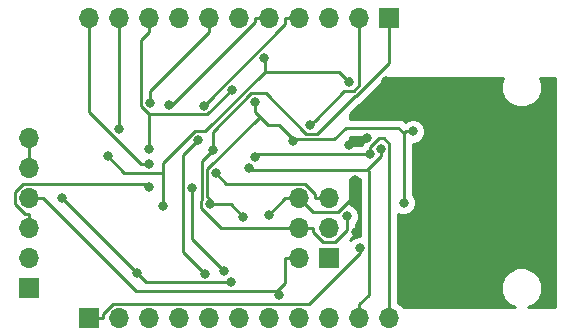
<source format=gbl>
G04 #@! TF.GenerationSoftware,KiCad,Pcbnew,5.0.2+dfsg1-1~bpo9+1*
G04 #@! TF.CreationDate,2019-04-18T11:56:18+02:00*
G04 #@! TF.ProjectId,MySNode,4d79534e-6f64-4652-9e6b-696361645f70,1.2*
G04 #@! TF.SameCoordinates,Original*
G04 #@! TF.FileFunction,Copper,L2,Bot*
G04 #@! TF.FilePolarity,Positive*
%FSLAX46Y46*%
G04 Gerber Fmt 4.6, Leading zero omitted, Abs format (unit mm)*
G04 Created by KiCad (PCBNEW 5.0.2+dfsg1-1~bpo9+1) date jeu. 18 avril 2019 11:56:18 CEST*
%MOMM*%
%LPD*%
G01*
G04 APERTURE LIST*
G04 #@! TA.AperFunction,ComponentPad*
%ADD10O,1.700000X1.700000*%
G04 #@! TD*
G04 #@! TA.AperFunction,ComponentPad*
%ADD11R,1.700000X1.700000*%
G04 #@! TD*
G04 #@! TA.AperFunction,ViaPad*
%ADD12C,0.800000*%
G04 #@! TD*
G04 #@! TA.AperFunction,Conductor*
%ADD13C,0.250000*%
G04 #@! TD*
G04 #@! TA.AperFunction,Conductor*
%ADD14C,0.254000*%
G04 #@! TD*
G04 APERTURE END LIST*
D10*
G04 #@! TO.P,J1,6*
G04 #@! TO.N,GND*
X124460000Y-101600000D03*
G04 #@! TO.P,J1,5*
G04 #@! TO.N,/RESET*
X127000000Y-101600000D03*
G04 #@! TO.P,J1,4*
G04 #@! TO.N,/MOSI*
X124460000Y-104140000D03*
G04 #@! TO.P,J1,3*
G04 #@! TO.N,/SCK*
X127000000Y-104140000D03*
G04 #@! TO.P,J1,2*
G04 #@! TO.N,+BATT*
X124460000Y-106680000D03*
D11*
G04 #@! TO.P,J1,1*
G04 #@! TO.N,/MISO*
X127000000Y-106680000D03*
G04 #@! TD*
G04 #@! TO.P,J3,1*
G04 #@! TO.N,/D2*
X106680000Y-111760000D03*
D10*
G04 #@! TO.P,J3,2*
G04 #@! TO.N,/D3*
X109220000Y-111760000D03*
G04 #@! TO.P,J3,3*
G04 #@! TO.N,/D4*
X111760000Y-111760000D03*
G04 #@! TO.P,J3,4*
G04 #@! TO.N,/XTAL1*
X114300000Y-111760000D03*
G04 #@! TO.P,J3,5*
G04 #@! TO.N,/XTAL2*
X116840000Y-111760000D03*
G04 #@! TO.P,J3,6*
G04 #@! TO.N,/D5*
X119380000Y-111760000D03*
G04 #@! TO.P,J3,7*
G04 #@! TO.N,/D6*
X121920000Y-111760000D03*
G04 #@! TO.P,J3,8*
G04 #@! TO.N,/D7*
X124460000Y-111760000D03*
G04 #@! TO.P,J3,9*
G04 #@! TO.N,/D8*
X127000000Y-111760000D03*
G04 #@! TO.P,J3,10*
G04 #@! TO.N,/CE*
X129540000Y-111760000D03*
G04 #@! TO.P,J3,11*
G04 #@! TO.N,/CSN*
X132080000Y-111760000D03*
G04 #@! TD*
G04 #@! TO.P,J4,11*
G04 #@! TO.N,/i2c_scl*
X106680000Y-86360000D03*
G04 #@! TO.P,J4,10*
G04 #@! TO.N,/i2c_sda*
X109220000Y-86360000D03*
G04 #@! TO.P,J4,9*
G04 #@! TO.N,/A3*
X111760000Y-86360000D03*
G04 #@! TO.P,J4,8*
G04 #@! TO.N,/A2*
X114300000Y-86360000D03*
G04 #@! TO.P,J4,7*
G04 #@! TO.N,/A1*
X116840000Y-86360000D03*
G04 #@! TO.P,J4,6*
G04 #@! TO.N,/A0*
X119380000Y-86360000D03*
G04 #@! TO.P,J4,5*
G04 #@! TO.N,/A7*
X121920000Y-86360000D03*
G04 #@! TO.P,J4,4*
G04 #@! TO.N,/A6*
X124460000Y-86360000D03*
G04 #@! TO.P,J4,3*
G04 #@! TO.N,/SCK*
X127000000Y-86360000D03*
G04 #@! TO.P,J4,2*
G04 #@! TO.N,/MISO*
X129540000Y-86360000D03*
D11*
G04 #@! TO.P,J4,1*
G04 #@! TO.N,/MOSI*
X132080000Y-86360000D03*
G04 #@! TD*
G04 #@! TO.P,J2,1*
G04 #@! TO.N,/serial_DTR*
X101600000Y-109220000D03*
D10*
G04 #@! TO.P,J2,2*
G04 #@! TO.N,/serial_TxD*
X101600000Y-106680000D03*
G04 #@! TO.P,J2,3*
G04 #@! TO.N,/serial_RxD*
X101600000Y-104140000D03*
G04 #@! TO.P,J2,4*
G04 #@! TO.N,+BATT*
X101600000Y-101600000D03*
G04 #@! TO.P,J2,5*
G04 #@! TO.N,GND*
X101600000Y-99060000D03*
G04 #@! TO.P,J2,6*
X101600000Y-96520000D03*
G04 #@! TD*
D12*
G04 #@! TO.N,GND*
X121869900Y-103014800D03*
X121480000Y-89725500D03*
X108260500Y-98084800D03*
X128680200Y-97151400D03*
X129273900Y-104521800D03*
X140319000Y-104837500D03*
X137335500Y-93461600D03*
X131826000Y-91687100D03*
X112946600Y-102277200D03*
X144090800Y-100982600D03*
X136828000Y-98325500D03*
X130175000Y-96520000D03*
X129159000Y-100076000D03*
X128716700Y-91821000D03*
G04 #@! TO.N,VCC*
X104373900Y-101618000D03*
X134096500Y-95967400D03*
X116883900Y-102132000D03*
X123908600Y-96751600D03*
X118699300Y-108708100D03*
X120738300Y-93457500D03*
X119729200Y-103174600D03*
X110739100Y-107983200D03*
X133316100Y-102011900D03*
G04 #@! TO.N,/RESET*
X117393800Y-99498400D03*
G04 #@! TO.N,Net-(C8-Pad1)*
X116458700Y-108017300D03*
X115917300Y-96690400D03*
G04 #@! TO.N,/MISO*
X125380800Y-95452100D03*
G04 #@! TO.N,/MOSI*
X117139600Y-97548700D03*
X128519500Y-103138100D03*
G04 #@! TO.N,/serial_RxD*
X111711100Y-100641000D03*
G04 #@! TO.N,/i2c_sda*
X109178700Y-95804400D03*
G04 #@! TO.N,/i2c_scl*
X111711700Y-98724600D03*
G04 #@! TO.N,/D5*
X115404200Y-100752500D03*
X118111500Y-107763500D03*
G04 #@! TO.N,/CE*
X120224300Y-99041000D03*
X131355000Y-97438321D03*
G04 #@! TO.N,/CSN*
X120745700Y-98114800D03*
X130456900Y-97902400D03*
G04 #@! TO.N,/D2*
X129611900Y-105825900D03*
G04 #@! TO.N,+BATT*
X122761300Y-109793800D03*
G04 #@! TO.N,/A1*
X111791400Y-93527100D03*
G04 #@! TO.N,/A3*
X111731600Y-97441000D03*
X118764000Y-92430600D03*
G04 #@! TO.N,/A6*
X116363800Y-93772700D03*
G04 #@! TO.N,/A7*
X113441400Y-93734300D03*
G04 #@! TD*
D13*
G04 #@! TO.N,GND*
X121562500Y-90930400D02*
X116527800Y-95965100D01*
X116527800Y-95965100D02*
X115616900Y-95965100D01*
X115616900Y-95965100D02*
X112946600Y-98635400D01*
X112946600Y-98635400D02*
X112946600Y-99472300D01*
X123284700Y-101600000D02*
X121869900Y-103014800D01*
X124460000Y-101600000D02*
X123284700Y-101600000D01*
X128774800Y-101798100D02*
X127779700Y-102793200D01*
X127779700Y-102793200D02*
X125653200Y-102793200D01*
X125653200Y-102793200D02*
X124460000Y-101600000D01*
X127826100Y-90930400D02*
X121562500Y-90930400D01*
X121562500Y-90930400D02*
X121562500Y-89808000D01*
X121562500Y-89808000D02*
X121480000Y-89725500D01*
X112946600Y-99472300D02*
X112946600Y-102277200D01*
X112946600Y-99472300D02*
X109648000Y-99472300D01*
X109648000Y-99472300D02*
X108260500Y-98084800D01*
X101600000Y-99060000D02*
X101600000Y-96520000D01*
X129311600Y-96520000D02*
X128680200Y-97151400D01*
X130175000Y-96520000D02*
X129311600Y-96520000D01*
X128716700Y-91821000D02*
X127826100Y-90930400D01*
X128844700Y-91949000D02*
X128716700Y-91821000D01*
G04 #@! TO.N,VCC*
X110739100Y-107983200D02*
X104373900Y-101618000D01*
X118699300Y-108708100D02*
X118663800Y-108743600D01*
X118663800Y-108743600D02*
X111499500Y-108743600D01*
X111499500Y-108743600D02*
X110739100Y-107983200D01*
X133316100Y-96143000D02*
X133491700Y-95967400D01*
X133491700Y-95967400D02*
X134096500Y-95967400D01*
X133316100Y-102011900D02*
X133316100Y-96143000D01*
X121111100Y-94733900D02*
X116666400Y-99178600D01*
X116666400Y-99178600D02*
X116666400Y-101490200D01*
X116666400Y-101490200D02*
X116883900Y-101707700D01*
X116883900Y-101707700D02*
X116883900Y-102132000D01*
X116883900Y-102132000D02*
X118686600Y-102132000D01*
X118686600Y-102132000D02*
X119729200Y-103174600D01*
X123920300Y-96627700D02*
X123920300Y-96739900D01*
X123920300Y-96739900D02*
X123908600Y-96751600D01*
X121111100Y-94733900D02*
X121822600Y-95445500D01*
X121822600Y-95445500D02*
X122738100Y-95445500D01*
X122738100Y-95445500D02*
X123920300Y-96627700D01*
X120738300Y-93457500D02*
X120738300Y-94361200D01*
X120738300Y-94361200D02*
X121111100Y-94733900D01*
X127436100Y-96627700D02*
X123920300Y-96627700D01*
X133316100Y-96143000D02*
X132841099Y-95667999D01*
X128395801Y-95667999D02*
X127436100Y-96627700D01*
X132841099Y-95667999D02*
X128395801Y-95667999D01*
G04 #@! TO.N,/RESET*
X117393800Y-99498400D02*
X118296200Y-100400800D01*
X118296200Y-100400800D02*
X124992800Y-100400800D01*
X124992800Y-100400800D02*
X125824700Y-101232700D01*
X125824700Y-101232700D02*
X125824700Y-101600000D01*
X127000000Y-101600000D02*
X125824700Y-101600000D01*
G04 #@! TO.N,Net-(C8-Pad1)*
X115917300Y-96690400D02*
X114615100Y-97992600D01*
X114615100Y-97992600D02*
X114615100Y-106173700D01*
X114615100Y-106173700D02*
X116458700Y-108017300D01*
G04 #@! TO.N,/MISO*
X128286899Y-92546001D02*
X125780799Y-95052101D01*
X129064701Y-92546001D02*
X128286899Y-92546001D01*
X125780799Y-95052101D02*
X125380800Y-95452100D01*
X129540000Y-86360000D02*
X129540000Y-92070702D01*
X129540000Y-92070702D02*
X129064701Y-92546001D01*
G04 #@! TO.N,/MOSI*
X117139600Y-97548700D02*
X116216000Y-98472300D01*
X116216000Y-98472300D02*
X116216000Y-101767100D01*
X116216000Y-101767100D02*
X116125600Y-101857500D01*
X116125600Y-101857500D02*
X116125600Y-102449900D01*
X116125600Y-102449900D02*
X117815700Y-104140000D01*
X117815700Y-104140000D02*
X124460000Y-104140000D01*
X128519500Y-103138100D02*
X128519500Y-104328200D01*
X128519500Y-104328200D02*
X127532400Y-105315300D01*
X127532400Y-105315300D02*
X126443200Y-105315300D01*
X126443200Y-105315300D02*
X125635300Y-104507400D01*
X125635300Y-104507400D02*
X125635300Y-104140000D01*
X124460000Y-104140000D02*
X125635300Y-104140000D01*
X129251101Y-92996012D02*
X129190188Y-92996012D01*
X129190188Y-92996012D02*
X126008800Y-96177400D01*
X117139600Y-95994800D02*
X117139600Y-96983015D01*
X126008800Y-96177400D02*
X125080400Y-96177400D01*
X117139600Y-96983015D02*
X117139600Y-97548700D01*
X121634900Y-92731900D02*
X120402500Y-92731900D01*
X125080400Y-96177400D02*
X121634900Y-92731900D01*
X132080000Y-86360000D02*
X132080000Y-90167113D01*
X120402500Y-92731900D02*
X117139600Y-95994800D01*
X132080000Y-90167113D02*
X129251101Y-92996012D01*
G04 #@! TO.N,/serial_RxD*
X111711100Y-100641000D02*
X111492500Y-100422400D01*
X111492500Y-100422400D02*
X101048800Y-100422400D01*
X101048800Y-100422400D02*
X100407400Y-101063800D01*
X100407400Y-101063800D02*
X100407400Y-102139400D01*
X100407400Y-102139400D02*
X101232700Y-102964700D01*
X101232700Y-102964700D02*
X101600000Y-102964700D01*
X101600000Y-104140000D02*
X101600000Y-102964700D01*
G04 #@! TO.N,/i2c_sda*
X109220000Y-87535300D02*
X109178700Y-87576600D01*
X109178700Y-87576600D02*
X109178700Y-95804400D01*
X109220000Y-86360000D02*
X109220000Y-87535300D01*
G04 #@! TO.N,/i2c_scl*
X106680000Y-86360000D02*
X106680000Y-94339700D01*
X106680000Y-94339700D02*
X111064800Y-98724500D01*
X111064800Y-98724500D02*
X111711700Y-98724500D01*
X111711700Y-98724500D02*
X111711700Y-98724600D01*
G04 #@! TO.N,/D5*
X115404200Y-100752500D02*
X115404200Y-105056200D01*
X115404200Y-105056200D02*
X118111500Y-107763500D01*
G04 #@! TO.N,/CE*
X129540000Y-110584700D02*
X130337200Y-109787500D01*
X130337200Y-109787500D02*
X130337200Y-99330600D01*
X130337200Y-99330600D02*
X130214200Y-99207600D01*
X130214200Y-99207600D02*
X120390900Y-99207600D01*
X120390900Y-99207600D02*
X120224300Y-99041000D01*
X129540000Y-111760000D02*
X129540000Y-110584700D01*
X131355000Y-98004006D02*
X131355000Y-97438321D01*
X130214200Y-99207600D02*
X131355000Y-98066800D01*
X131355000Y-98066800D02*
X131355000Y-98004006D01*
G04 #@! TO.N,/CSN*
X130456900Y-97902400D02*
X120958100Y-97902400D01*
X120958100Y-97902400D02*
X120745700Y-98114800D01*
X130456900Y-97311102D02*
X130456900Y-97336715D01*
X131634100Y-96553300D02*
X131214702Y-96553300D01*
X131214702Y-96553300D02*
X130456900Y-97311102D01*
X132080000Y-96999200D02*
X131634100Y-96553300D01*
X130456900Y-97336715D02*
X130456900Y-97902400D01*
X132080000Y-111760000D02*
X132080000Y-96999200D01*
G04 #@! TO.N,/D2*
X106680000Y-111760000D02*
X107855300Y-111760000D01*
X107855300Y-111760000D02*
X107855300Y-111392600D01*
X107855300Y-111392600D02*
X108663200Y-110584700D01*
X108663200Y-110584700D02*
X125278300Y-110584700D01*
X125278300Y-110584700D02*
X129611900Y-106251100D01*
X129611900Y-106251100D02*
X129611900Y-105825900D01*
G04 #@! TO.N,+BATT*
X122573900Y-109480600D02*
X122761300Y-109668000D01*
X122761300Y-109668000D02*
X122761300Y-109793800D01*
X122573900Y-109480600D02*
X123284700Y-108769800D01*
X123284700Y-108769800D02*
X123284700Y-106680000D01*
X102775300Y-101600000D02*
X110655900Y-109480600D01*
X110655900Y-109480600D02*
X122573900Y-109480600D01*
X124460000Y-106680000D02*
X123284700Y-106680000D01*
X101600000Y-101600000D02*
X102775300Y-101600000D01*
G04 #@! TO.N,/A1*
X116840000Y-87535300D02*
X111791400Y-92583900D01*
X111791400Y-92583900D02*
X111791400Y-93527100D01*
X116840000Y-86360000D02*
X116840000Y-87535300D01*
G04 #@! TO.N,/A3*
X111731600Y-94498100D02*
X111731600Y-97441000D01*
X111731600Y-94498100D02*
X116696500Y-94498100D01*
X116696500Y-94498100D02*
X118764000Y-92430600D01*
X111760000Y-87535300D02*
X111042100Y-88253200D01*
X111042100Y-88253200D02*
X111042100Y-93808600D01*
X111042100Y-93808600D02*
X111731600Y-94498100D01*
X111760000Y-86360000D02*
X111760000Y-87535300D01*
G04 #@! TO.N,/A6*
X124460000Y-86360000D02*
X123284700Y-86360000D01*
X123284700Y-86360000D02*
X123284700Y-86851800D01*
X123284700Y-86851800D02*
X116363800Y-93772700D01*
G04 #@! TO.N,/A7*
X121920000Y-86360000D02*
X120744700Y-86360000D01*
X120744700Y-86360000D02*
X120744700Y-86707100D01*
X120744700Y-86707100D02*
X113717500Y-93734300D01*
X113717500Y-93734300D02*
X113441400Y-93734300D01*
G04 #@! TD*
D14*
G04 #@! TO.N,GND*
G36*
X141521000Y-91856887D02*
X141521000Y-92547113D01*
X141785138Y-93184799D01*
X142273201Y-93672862D01*
X142910887Y-93937000D01*
X143601113Y-93937000D01*
X144238799Y-93672862D01*
X144726862Y-93184799D01*
X144991000Y-92547113D01*
X144991000Y-91856887D01*
X144818320Y-91440000D01*
X146127001Y-91440000D01*
X146127000Y-110871000D01*
X143803907Y-110871000D01*
X144238799Y-110690862D01*
X144726862Y-110202799D01*
X144991000Y-109565113D01*
X144991000Y-108874887D01*
X144726862Y-108237201D01*
X144238799Y-107749138D01*
X143601113Y-107485000D01*
X142910887Y-107485000D01*
X142273201Y-107749138D01*
X141785138Y-108237201D01*
X141521000Y-108874887D01*
X141521000Y-109565113D01*
X141785138Y-110202799D01*
X142273201Y-110690862D01*
X142708093Y-110871000D01*
X133271983Y-110871000D01*
X133150625Y-110689375D01*
X132840000Y-110481822D01*
X132840000Y-102934969D01*
X133110226Y-103046900D01*
X133521974Y-103046900D01*
X133902380Y-102889331D01*
X134193531Y-102598180D01*
X134351100Y-102217774D01*
X134351100Y-101806026D01*
X134193531Y-101425620D01*
X134076100Y-101308189D01*
X134076100Y-97002400D01*
X134302374Y-97002400D01*
X134682780Y-96844831D01*
X134973931Y-96553680D01*
X135131500Y-96173274D01*
X135131500Y-95761526D01*
X134973931Y-95381120D01*
X134682780Y-95089969D01*
X134302374Y-94932400D01*
X133890626Y-94932400D01*
X133510220Y-95089969D01*
X133425514Y-95174675D01*
X133389028Y-95120070D01*
X133137636Y-94952095D01*
X132915951Y-94907999D01*
X132915946Y-94907999D01*
X132841099Y-94893111D01*
X132766252Y-94907999D01*
X128778000Y-94907999D01*
X128778000Y-94483002D01*
X129552002Y-93709000D01*
X129799030Y-93543941D01*
X129841432Y-93480482D01*
X131881915Y-91440000D01*
X141693680Y-91440000D01*
X141521000Y-91856887D01*
X141521000Y-91856887D01*
G37*
X141521000Y-91856887D02*
X141521000Y-92547113D01*
X141785138Y-93184799D01*
X142273201Y-93672862D01*
X142910887Y-93937000D01*
X143601113Y-93937000D01*
X144238799Y-93672862D01*
X144726862Y-93184799D01*
X144991000Y-92547113D01*
X144991000Y-91856887D01*
X144818320Y-91440000D01*
X146127001Y-91440000D01*
X146127000Y-110871000D01*
X143803907Y-110871000D01*
X144238799Y-110690862D01*
X144726862Y-110202799D01*
X144991000Y-109565113D01*
X144991000Y-108874887D01*
X144726862Y-108237201D01*
X144238799Y-107749138D01*
X143601113Y-107485000D01*
X142910887Y-107485000D01*
X142273201Y-107749138D01*
X141785138Y-108237201D01*
X141521000Y-108874887D01*
X141521000Y-109565113D01*
X141785138Y-110202799D01*
X142273201Y-110690862D01*
X142708093Y-110871000D01*
X133271983Y-110871000D01*
X133150625Y-110689375D01*
X132840000Y-110481822D01*
X132840000Y-102934969D01*
X133110226Y-103046900D01*
X133521974Y-103046900D01*
X133902380Y-102889331D01*
X134193531Y-102598180D01*
X134351100Y-102217774D01*
X134351100Y-101806026D01*
X134193531Y-101425620D01*
X134076100Y-101308189D01*
X134076100Y-97002400D01*
X134302374Y-97002400D01*
X134682780Y-96844831D01*
X134973931Y-96553680D01*
X135131500Y-96173274D01*
X135131500Y-95761526D01*
X134973931Y-95381120D01*
X134682780Y-95089969D01*
X134302374Y-94932400D01*
X133890626Y-94932400D01*
X133510220Y-95089969D01*
X133425514Y-95174675D01*
X133389028Y-95120070D01*
X133137636Y-94952095D01*
X132915951Y-94907999D01*
X132915946Y-94907999D01*
X132841099Y-94893111D01*
X132766252Y-94907999D01*
X128778000Y-94907999D01*
X128778000Y-94483002D01*
X129552002Y-93709000D01*
X129799030Y-93543941D01*
X129841432Y-93480482D01*
X131881915Y-91440000D01*
X141693680Y-91440000D01*
X141521000Y-91856887D01*
G36*
X129577200Y-104790900D02*
X129406026Y-104790900D01*
X129025620Y-104948469D01*
X128778000Y-105196089D01*
X128778000Y-105144502D01*
X129003973Y-104918529D01*
X129067429Y-104876129D01*
X129235404Y-104624737D01*
X129279500Y-104403052D01*
X129279500Y-104403048D01*
X129294388Y-104328201D01*
X129279500Y-104253354D01*
X129279500Y-103841811D01*
X129396931Y-103724380D01*
X129554500Y-103343974D01*
X129554500Y-102932226D01*
X129396931Y-102551820D01*
X129105780Y-102260669D01*
X128778000Y-102124898D01*
X128778000Y-99967600D01*
X129577201Y-99967600D01*
X129577200Y-104790900D01*
X129577200Y-104790900D01*
G37*
X129577200Y-104790900D02*
X129406026Y-104790900D01*
X129025620Y-104948469D01*
X128778000Y-105196089D01*
X128778000Y-105144502D01*
X129003973Y-104918529D01*
X129067429Y-104876129D01*
X129235404Y-104624737D01*
X129279500Y-104403052D01*
X129279500Y-104403048D01*
X129294388Y-104328201D01*
X129279500Y-104253354D01*
X129279500Y-103841811D01*
X129396931Y-103724380D01*
X129554500Y-103343974D01*
X129554500Y-102932226D01*
X129396931Y-102551820D01*
X129105780Y-102260669D01*
X128778000Y-102124898D01*
X128778000Y-99967600D01*
X129577201Y-99967600D01*
X129577200Y-104790900D01*
G36*
X129972430Y-96720771D02*
X129908971Y-96763173D01*
X129740996Y-97014566D01*
X129715568Y-97142400D01*
X128778000Y-97142400D01*
X128778000Y-96427999D01*
X130265202Y-96427999D01*
X129972430Y-96720771D01*
X129972430Y-96720771D01*
G37*
X129972430Y-96720771D02*
X129908971Y-96763173D01*
X129740996Y-97014566D01*
X129715568Y-97142400D01*
X128778000Y-97142400D01*
X128778000Y-96427999D01*
X130265202Y-96427999D01*
X129972430Y-96720771D01*
G36*
X128780001Y-91755900D02*
X128778000Y-91757901D01*
X128778000Y-91440000D01*
X128780001Y-91440000D01*
X128780001Y-91755900D01*
X128780001Y-91755900D01*
G37*
X128780001Y-91755900D02*
X128778000Y-91757901D01*
X128778000Y-91440000D01*
X128780001Y-91440000D01*
X128780001Y-91755900D01*
G04 #@! TD*
M02*

</source>
